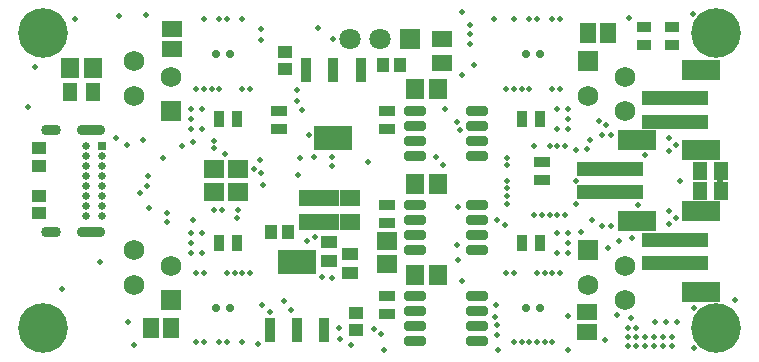
<source format=gbs>
G04*
G04 #@! TF.GenerationSoftware,Altium Limited,Altium Designer,22.2.1 (43)*
G04*
G04 Layer_Color=16711935*
%FSLAX25Y25*%
%MOIN*%
G70*
G04*
G04 #@! TF.SameCoordinates,0E938A99-CEBE-4E5B-98FA-E82972142B6D*
G04*
G04*
G04 #@! TF.FilePolarity,Negative*
G04*
G01*
G75*
%ADD44R,0.03740X0.05315*%
%ADD46R,0.05315X0.03740*%
%ADD52R,0.03960X0.05151*%
%ADD53R,0.06902X0.06312*%
%ADD54R,0.06509X0.05524*%
%ADD61R,0.05524X0.06509*%
%ADD64R,0.06312X0.06902*%
%ADD73R,0.07099X0.07099*%
%ADD74C,0.07099*%
%ADD75C,0.06800*%
%ADD76R,0.06800X0.06800*%
%ADD77C,0.16548*%
%ADD78C,0.02559*%
%ADD79R,0.02559X0.02559*%
G04:AMPARAMS|DCode=80|XSize=35.43mil|YSize=94.49mil|CornerRadius=17.72mil|HoleSize=0mil|Usage=FLASHONLY|Rotation=270.000|XOffset=0mil|YOffset=0mil|HoleType=Round|Shape=RoundedRectangle|*
%AMROUNDEDRECTD80*
21,1,0.03543,0.05906,0,0,270.0*
21,1,0.00000,0.09449,0,0,270.0*
1,1,0.03543,-0.02953,0.00000*
1,1,0.03543,-0.02953,0.00000*
1,1,0.03543,0.02953,0.00000*
1,1,0.03543,0.02953,0.00000*
%
%ADD80ROUNDEDRECTD80*%
G04:AMPARAMS|DCode=81|XSize=35.43mil|YSize=66.93mil|CornerRadius=17.72mil|HoleSize=0mil|Usage=FLASHONLY|Rotation=270.000|XOffset=0mil|YOffset=0mil|HoleType=Round|Shape=RoundedRectangle|*
%AMROUNDEDRECTD81*
21,1,0.03543,0.03150,0,0,270.0*
21,1,0.00000,0.06693,0,0,270.0*
1,1,0.03543,-0.01575,0.00000*
1,1,0.03543,-0.01575,0.00000*
1,1,0.03543,0.01575,0.00000*
1,1,0.03543,0.01575,0.00000*
%
%ADD81ROUNDEDRECTD81*%
%ADD82C,0.02000*%
%ADD83C,0.02769*%
%ADD95R,0.05151X0.03960*%
%ADD96R,0.12795X0.08465*%
%ADD97R,0.03740X0.08465*%
%ADD104R,0.04969X0.03771*%
%ADD106R,0.04934X0.06312*%
%ADD107R,0.06115X0.06902*%
%ADD108R,0.05721X0.03950*%
%ADD109R,0.04737X0.06115*%
%ADD110R,0.22453X0.04737*%
%ADD111R,0.12611X0.07099*%
G04:AMPARAMS|DCode=112|XSize=72.57mil|YSize=31.23mil|CornerRadius=6.9mil|HoleSize=0mil|Usage=FLASHONLY|Rotation=0.000|XOffset=0mil|YOffset=0mil|HoleType=Round|Shape=RoundedRectangle|*
%AMROUNDEDRECTD112*
21,1,0.07257,0.01742,0,0,0.0*
21,1,0.05876,0.03123,0,0,0.0*
1,1,0.01381,0.02938,-0.00871*
1,1,0.01381,-0.02938,-0.00871*
1,1,0.01381,-0.02938,0.00871*
1,1,0.01381,0.02938,0.00871*
%
%ADD112ROUNDEDRECTD112*%
%ADD113R,0.04737X0.03950*%
D44*
X175591Y38386D02*
D03*
X169685D02*
D03*
X74508D02*
D03*
X68602D02*
D03*
X175591Y79724D02*
D03*
X169685D02*
D03*
X68602D02*
D03*
X74508D02*
D03*
D46*
X176181Y65158D02*
D03*
Y59252D02*
D03*
X124606Y82284D02*
D03*
Y76378D02*
D03*
Y20472D02*
D03*
Y14567D02*
D03*
Y50787D02*
D03*
Y44882D02*
D03*
X88583Y76378D02*
D03*
Y82284D02*
D03*
D52*
X128843Y97441D02*
D03*
X123125D02*
D03*
X85724Y41929D02*
D03*
X91442D02*
D03*
D53*
X124606Y38780D02*
D03*
Y31299D02*
D03*
X66929Y55315D02*
D03*
Y62795D02*
D03*
X74803Y62795D02*
D03*
Y55315D02*
D03*
D54*
X98425Y53150D02*
D03*
Y45276D02*
D03*
X112205D02*
D03*
Y53150D02*
D03*
X142717Y106299D02*
D03*
Y98425D02*
D03*
X105315Y53150D02*
D03*
Y45276D02*
D03*
X191339Y15157D02*
D03*
Y8465D02*
D03*
X52756Y109646D02*
D03*
Y102953D02*
D03*
D61*
X52559Y9843D02*
D03*
X45866D02*
D03*
X198228Y108268D02*
D03*
X191535D02*
D03*
D64*
X18898Y96457D02*
D03*
X26378D02*
D03*
D73*
X132047Y106299D02*
D03*
D74*
X122047D02*
D03*
X112047D02*
D03*
D75*
X203780Y30709D02*
D03*
Y19291D02*
D03*
X191457Y24409D02*
D03*
X203780Y93701D02*
D03*
Y82284D02*
D03*
X191457Y87402D02*
D03*
X40315Y24409D02*
D03*
Y35827D02*
D03*
X52638Y30709D02*
D03*
X40315Y87402D02*
D03*
Y98819D02*
D03*
X52638Y93701D02*
D03*
D76*
X191457Y35827D02*
D03*
Y98819D02*
D03*
X52638Y19291D02*
D03*
Y82284D02*
D03*
D77*
X9843Y108268D02*
D03*
Y9843D02*
D03*
X234252Y108268D02*
D03*
Y9843D02*
D03*
D78*
X24311Y70768D02*
D03*
Y67421D02*
D03*
Y64075D02*
D03*
Y60728D02*
D03*
Y57382D02*
D03*
Y54035D02*
D03*
Y50689D02*
D03*
Y47343D02*
D03*
X29626D02*
D03*
Y50689D02*
D03*
Y54035D02*
D03*
Y57382D02*
D03*
Y60728D02*
D03*
Y64075D02*
D03*
Y67421D02*
D03*
D79*
Y70768D02*
D03*
D80*
X25768Y42028D02*
D03*
Y76083D02*
D03*
D81*
X12461Y42028D02*
D03*
Y76083D02*
D03*
D82*
X160236Y112992D02*
D03*
X42323Y54921D02*
D03*
X28740Y32087D02*
D03*
X197319Y5804D02*
D03*
X184843Y2756D02*
D03*
X235433Y59055D02*
D03*
X149409Y25591D02*
D03*
X118110Y65335D02*
D03*
X40157Y4331D02*
D03*
X35236Y113976D02*
D03*
X7283Y96850D02*
D03*
X226378Y114567D02*
D03*
X205315Y113386D02*
D03*
X226772Y3347D02*
D03*
X108661Y10039D02*
D03*
X123622Y2559D02*
D03*
X222204Y59055D02*
D03*
X177067Y5118D02*
D03*
X169390D02*
D03*
X198228Y36614D02*
D03*
X185039Y34843D02*
D03*
X161614Y2484D02*
D03*
X192717Y45898D02*
D03*
X189350Y41877D02*
D03*
X201181Y14173D02*
D03*
X205906Y13189D02*
D03*
X184843Y13780D02*
D03*
X160433Y13551D02*
D03*
X85433Y15157D02*
D03*
X81693Y4528D02*
D03*
X122441Y7874D02*
D03*
X240551Y19291D02*
D03*
X221260Y12008D02*
D03*
X106299Y66929D02*
D03*
X100197D02*
D03*
X98425Y53150D02*
D03*
X201772Y38976D02*
D03*
X112402Y4134D02*
D03*
X108858Y6134D02*
D03*
X51181Y45276D02*
D03*
X59842Y46063D02*
D03*
X16142Y23031D02*
D03*
X43307Y72441D02*
D03*
X45276Y50000D02*
D03*
X82480Y109449D02*
D03*
X44291Y114370D02*
D03*
X149606Y115354D02*
D03*
X101378Y110039D02*
D03*
X106693Y106299D02*
D03*
X187697Y59055D02*
D03*
X208071Y50984D02*
D03*
X199016Y62992D02*
D03*
X207677Y55118D02*
D03*
X218504Y49016D02*
D03*
X220866Y46654D02*
D03*
X147835Y78740D02*
D03*
X178740Y70571D02*
D03*
X82677Y105905D02*
D03*
X153543Y97441D02*
D03*
X95472Y66535D02*
D03*
X20669Y112992D02*
D03*
X210433Y67520D02*
D03*
X106299Y26575D02*
D03*
X102756Y26772D02*
D03*
X90189Y19094D02*
D03*
X92510Y15942D02*
D03*
X98032Y38780D02*
D03*
X100394Y40157D02*
D03*
X106299Y63976D02*
D03*
X98425Y74410D02*
D03*
X94882Y60827D02*
D03*
X149606Y94291D02*
D03*
X143898Y83071D02*
D03*
X148228Y50197D02*
D03*
X206299Y39961D02*
D03*
X161221Y7677D02*
D03*
X187697Y69390D02*
D03*
X192126Y72638D02*
D03*
X191339Y69685D02*
D03*
X181102Y76410D02*
D03*
X149016Y75787D02*
D03*
X98425Y45276D02*
D03*
X124606Y38780D02*
D03*
X196063Y43898D02*
D03*
X199213D02*
D03*
X38189Y11811D02*
D03*
X78839Y28346D02*
D03*
X82874Y17717D02*
D03*
X197543Y77661D02*
D03*
X195079Y78937D02*
D03*
X196063Y74213D02*
D03*
X199213D02*
D03*
X226969Y16732D02*
D03*
X148031Y37598D02*
D03*
X105315Y45276D02*
D03*
X112205D02*
D03*
X173622Y70571D02*
D03*
X176181Y59055D02*
D03*
X164665Y66732D02*
D03*
Y64173D02*
D03*
X142717Y98819D02*
D03*
X143307Y64173D02*
D03*
X140945Y66929D02*
D03*
X124606Y76181D02*
D03*
X97638Y96063D02*
D03*
X161024Y17551D02*
D03*
X161221Y10827D02*
D03*
X70669Y67882D02*
D03*
X148268Y32638D02*
D03*
X112205Y28346D02*
D03*
X105315Y32283D02*
D03*
X154665Y15551D02*
D03*
X164665Y51378D02*
D03*
X163976Y44291D02*
D03*
X161358Y45807D02*
D03*
X124606Y44882D02*
D03*
X173622Y47539D02*
D03*
X176181D02*
D03*
X178740D02*
D03*
X181299D02*
D03*
X183858D02*
D03*
X187697Y51378D02*
D03*
X181102Y34843D02*
D03*
X182185Y28346D02*
D03*
X179626D02*
D03*
X166831D02*
D03*
X164272D02*
D03*
X219488Y3937D02*
D03*
X216535D02*
D03*
X213583D02*
D03*
X219488Y6890D02*
D03*
X216535D02*
D03*
X213583D02*
D03*
X210630D02*
D03*
Y3937D02*
D03*
X207677D02*
D03*
X204724D02*
D03*
X207677Y6890D02*
D03*
X204724D02*
D03*
Y9843D02*
D03*
X207677D02*
D03*
X213976Y12008D02*
D03*
X217520Y11988D02*
D03*
X83146Y57677D02*
D03*
X82677Y61614D02*
D03*
X80118Y62795D02*
D03*
X229528Y63976D02*
D03*
Y54331D02*
D03*
X152165Y104724D02*
D03*
Y107874D02*
D03*
Y111024D02*
D03*
X183858Y70571D02*
D03*
X181299D02*
D03*
X164665Y53937D02*
D03*
Y56496D02*
D03*
Y59055D02*
D03*
X218504Y44488D02*
D03*
X220866Y71063D02*
D03*
X218504Y68898D02*
D03*
Y73425D02*
D03*
X226358Y78740D02*
D03*
Y39370D02*
D03*
X120079Y9449D02*
D03*
X185039Y76410D02*
D03*
X214567Y86614D02*
D03*
X199016Y55118D02*
D03*
X34252Y73425D02*
D03*
X4921Y83661D02*
D03*
X207677Y62992D02*
D03*
X220472Y78740D02*
D03*
X215354D02*
D03*
Y39370D02*
D03*
X220472D02*
D03*
X219687Y110039D02*
D03*
X210234D02*
D03*
X177067Y28346D02*
D03*
X175591Y38386D02*
D03*
X60925Y5118D02*
D03*
X63484Y28346D02*
D03*
X73721D02*
D03*
X60925D02*
D03*
X76279D02*
D03*
X68504Y38386D02*
D03*
X182185Y112992D02*
D03*
X171949Y112992D02*
D03*
X174508D02*
D03*
X169390Y89764D02*
D03*
X175591Y79724D02*
D03*
X182185Y89764D02*
D03*
X179626D02*
D03*
X166831D02*
D03*
X164272D02*
D03*
X66043D02*
D03*
X71161Y28346D02*
D03*
X174508D02*
D03*
X171949Y89764D02*
D03*
X68602D02*
D03*
X166831Y5118D02*
D03*
X171949D02*
D03*
X174508D02*
D03*
X179626D02*
D03*
X71161D02*
D03*
X68602D02*
D03*
X76279D02*
D03*
X63484D02*
D03*
X179626Y112992D02*
D03*
X166831D02*
D03*
X63484D02*
D03*
X76279D02*
D03*
X71161D02*
D03*
X68602D02*
D03*
X78839Y89764D02*
D03*
X76279D02*
D03*
X60925D02*
D03*
X63484D02*
D03*
X94488Y85630D02*
D03*
Y89370D02*
D03*
X68504Y79724D02*
D03*
X50000Y66732D02*
D03*
X220472Y86614D02*
D03*
Y31496D02*
D03*
X215354D02*
D03*
X185039Y83071D02*
D03*
Y79724D02*
D03*
X181102Y83071D02*
D03*
X185039Y41535D02*
D03*
Y38189D02*
D03*
X181102Y41535D02*
D03*
X62992Y41732D02*
D03*
Y35039D02*
D03*
X59055Y41732D02*
D03*
Y38386D02*
D03*
Y35039D02*
D03*
X51181Y48425D02*
D03*
X37795Y71063D02*
D03*
X66929Y72409D02*
D03*
X59842Y71850D02*
D03*
X69685Y49213D02*
D03*
X66831D02*
D03*
X56102Y70669D02*
D03*
X74606Y46654D02*
D03*
X74803Y49409D02*
D03*
X96063Y82638D02*
D03*
X82087Y65945D02*
D03*
X66929Y69882D02*
D03*
X44685Y57382D02*
D03*
X44783Y60728D02*
D03*
X59055Y76378D02*
D03*
Y79724D02*
D03*
Y83071D02*
D03*
X62992Y76378D02*
D03*
Y83071D02*
D03*
D83*
X170866Y16732D02*
D03*
X175591D02*
D03*
Y101378D02*
D03*
X170866D02*
D03*
X67520Y16732D02*
D03*
X72244D02*
D03*
Y101378D02*
D03*
X67520D02*
D03*
D95*
X90551Y101875D02*
D03*
Y96157D02*
D03*
X114173Y9252D02*
D03*
Y14970D02*
D03*
D96*
X106693Y73228D02*
D03*
X94488Y32087D02*
D03*
D97*
X115748Y96063D02*
D03*
X106693D02*
D03*
X97638D02*
D03*
X85433Y9252D02*
D03*
X94488D02*
D03*
X103543D02*
D03*
D104*
X210236Y104420D02*
D03*
Y110146D02*
D03*
X219685Y104420D02*
D03*
Y110146D02*
D03*
D106*
X18898Y88583D02*
D03*
X26378D02*
D03*
D107*
X141634Y89567D02*
D03*
X133957D02*
D03*
X141634Y58071D02*
D03*
X133957D02*
D03*
X141634Y27559D02*
D03*
X133957D02*
D03*
D108*
X112205Y34646D02*
D03*
Y28346D02*
D03*
X105315Y38583D02*
D03*
Y32283D02*
D03*
D109*
X235827Y55709D02*
D03*
X228740D02*
D03*
X228740Y62402D02*
D03*
X235827D02*
D03*
D110*
X199016Y62992D02*
D03*
Y55118D02*
D03*
X220472Y31496D02*
D03*
Y39370D02*
D03*
Y78740D02*
D03*
Y86614D02*
D03*
D111*
X207874Y72441D02*
D03*
Y45669D02*
D03*
X229331Y22047D02*
D03*
Y48819D02*
D03*
Y69291D02*
D03*
Y96063D02*
D03*
D112*
X133917Y67303D02*
D03*
Y72303D02*
D03*
Y77303D02*
D03*
Y82303D02*
D03*
X154665D02*
D03*
Y77303D02*
D03*
Y72303D02*
D03*
Y67303D02*
D03*
Y35807D02*
D03*
Y40807D02*
D03*
Y45807D02*
D03*
Y50807D02*
D03*
X133917D02*
D03*
Y45807D02*
D03*
Y40807D02*
D03*
Y35807D02*
D03*
X154665Y5551D02*
D03*
Y10551D02*
D03*
Y15551D02*
D03*
Y20551D02*
D03*
X133917D02*
D03*
Y15551D02*
D03*
Y10551D02*
D03*
Y5551D02*
D03*
D113*
X8524Y48130D02*
D03*
Y54035D02*
D03*
Y69980D02*
D03*
Y64075D02*
D03*
M02*

</source>
